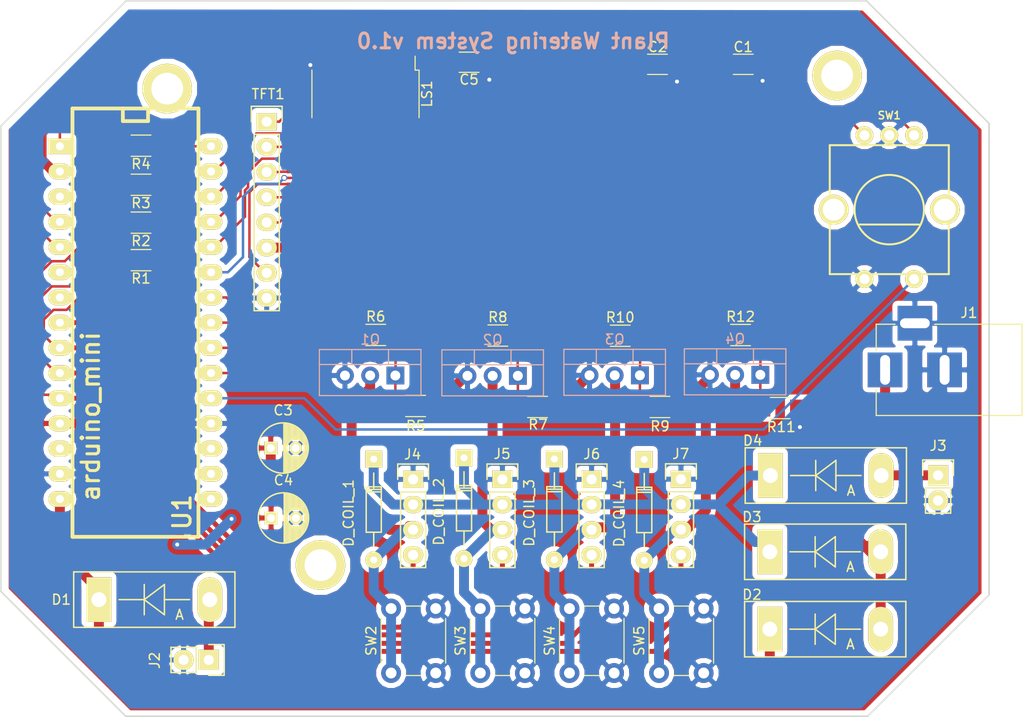
<source format=kicad_pcb>
(kicad_pcb (version 4) (host pcbnew 4.0.7)
  (layers (0 F.Cu signal) (31 B.Cu signal) (34 B.Paste user) (35 F.Paste user) (36 B.SilkS user) (37 F.SilkS user) (38 B.Mask user) (39 F.Mask user) (44 Edge.Cuts user))
  (net 0 "")
  (net 1 +5V)
  (net 2 GND)
  (net 3 "Net-(D1-Pad1)")
  (net 4 "Net-(D1-Pad2)")
  (net 5 "Net-(D2-Pad2)")
  (net 6 "Net-(D3-Pad1)")
  (net 7 "Net-(D4-Pad2)")
  (net 8 "Net-(D_COIL_1-Pad2)")
  (net 9 "Net-(D_COIL_2-Pad2)")
  (net 10 "Net-(D_COIL_3-Pad2)")
  (net 11 "Net-(D_COIL_4-Pad2)")
  (net 12 "Net-(J4-Pad4)")
  (net 13 "Net-(J5-Pad4)")
  (net 14 "Net-(J6-Pad4)")
  (net 15 "Net-(J7-Pad4)")
  (net 16 "Net-(LS1-Pad2)")
  (net 17 "Net-(LS1-Pad3)")
  (net 18 "Net-(LS1-Pad4)")
  (net 19 "Net-(LS1-Pad5)")
  (net 20 "Net-(LS1-Pad6)")
  (net 21 "Net-(LS1-Pad7)")
  (net 22 "Net-(LS1-Pad9)")
  (net 23 "Net-(LS1-Pad10)")
  (net 24 "Net-(LS1-Pad11)")
  (net 25 "Net-(LS1-Pad12)")
  (net 26 "Net-(LS1-Pad13)")
  (net 27 "Net-(LS1-Pad14)")
  (net 28 "Net-(LS1-Pad15)")
  (net 29 "Net-(LS1-Pad16)")
  (net 30 "Net-(Q1-Pad1)")
  (net 31 "Net-(Q2-Pad1)")
  (net 32 "Net-(Q3-Pad1)")
  (net 33 "Net-(Q4-Pad1)")
  (net 34 "Net-(R1-Pad1)")
  (net 35 "Net-(R6-Pad1)")
  (net 36 "Net-(R8-Pad1)")
  (net 37 "Net-(R10-Pad1)")
  (net 38 "Net-(R12-Pad1)")
  (net 39 "Net-(SW1-Pad4)")
  (net 40 "Net-(SW1-Pad1)")
  (net 41 "Net-(SW1-Pad3)")
  (net 42 "Net-(U1-Pad3)")
  (net 43 "Net-(U1-Pad6)")
  (net 44 "Net-(U1-Pad7)")
  (net 45 "Net-(U1-Pad13)")
  (net 46 "Net-(U1-Pad16)")
  (net 47 "Net-(U1-Pad17)")
  (net 48 "Net-(U1-Pad18)")
  (net 49 "Net-(C5-Pad2)")
  (module Connect:1pin (layer F.Cu) (at 131.56 83.29)
    (fp_text reference REF** hide)
    (fp_text value 1pin)
    (pad 1 thru_hole circle (at 0 0) (size 5 5) (drill 3.2) (layers *.Cu *.Mask F.SilkS))
  )
  (module Connect:1pin (layer F.Cu) (at 79.48 132.64)
    (fp_text reference REF** hide)
    (fp_text value 1pin)
    (pad 1 thru_hole circle (at 0 0) (size 5 5) (drill 3.2) (layers *.Cu *.Mask F.SilkS))
  )
  (module Resistors_SMD:R_1206_HandSoldering (layer F.Cu) (at 125.82 116.81 180)
    (fp_text reference R11 (at -0.11 -1.91 180) (layer F.SilkS))
    (fp_text value 10k)
    (pad 1 smd rect (at -2 0 180) (size 2 1.7) (layers F.Cu F.Paste F.Mask) (net 2 GND))
    (pad 2 smd rect (at 2 0 180) (size 2 1.7) (layers F.Cu F.Paste F.Mask) (net 33 "Net-(Q4-Pad1)"))
  )
  (module arduino:arduino_mini (layer F.Cu) (at 60.83 109.47 270)
    (fp_text reference U1 (at 17.83 -4.7 270) (layer F.SilkS) (effects (font (size 1.778 1.778) (thickness 0.3048))))
    (fp_text value arduino_mini (at 8.18 4.52 270) (layer F.SilkS) (effects (font (size 1.778 1.778) (thickness 0.3048))))
    (pad 1 thru_hole rect (at -19.05 7.62 270) (size 1.5748 2.286) (drill 0.8128) (layers *.Cu *.Mask F.SilkS) (net 17 "Net-(LS1-Pad3)"))
    (pad 2 thru_hole oval (at -16.51 7.62 270) (size 1.5748 2.286) (drill 0.8128) (layers *.Cu *.Mask F.SilkS) (net 49 "Net-(C5-Pad2)"))
    (pad 3 thru_hole oval (at -13.97 7.62 270) (size 1.5748 2.286) (drill 0.8128) (layers *.Cu *.Mask F.SilkS) (net 42 "Net-(U1-Pad3)"))
    (pad 4 thru_hole oval (at -11.43 7.62 270) (size 1.5748 2.286) (drill 0.8128) (layers *.Cu *.Mask F.SilkS) (net 41 "Net-(SW1-Pad3)"))
    (pad 5 thru_hole oval (at -8.89 7.62 270) (size 1.5748 2.286) (drill 0.8128) (layers *.Cu *.Mask F.SilkS) (net 40 "Net-(SW1-Pad1)"))
    (pad 6 thru_hole oval (at -6.35 7.62 270) (size 1.5748 2.286) (drill 0.8128) (layers *.Cu *.Mask F.SilkS) (net 43 "Net-(U1-Pad6)"))
    (pad 7 thru_hole oval (at -3.81 7.62 270) (size 1.5748 2.286) (drill 0.8128) (layers *.Cu *.Mask F.SilkS) (net 44 "Net-(U1-Pad7)"))
    (pad 8 thru_hole oval (at -1.27 7.62 270) (size 1.5748 2.286) (drill 0.8128) (layers *.Cu *.Mask F.SilkS) (net 12 "Net-(J4-Pad4)"))
    (pad 9 thru_hole oval (at 1.27 7.62 270) (size 1.5748 2.286) (drill 0.8128) (layers *.Cu *.Mask F.SilkS) (net 13 "Net-(J5-Pad4)"))
    (pad 10 thru_hole oval (at 3.81 7.62 270) (size 1.5748 2.286) (drill 0.8128) (layers *.Cu *.Mask F.SilkS) (net 14 "Net-(J6-Pad4)"))
    (pad 11 thru_hole oval (at 6.35 7.62 270) (size 1.5748 2.286) (drill 0.8128) (layers *.Cu *.Mask F.SilkS) (net 15 "Net-(J7-Pad4)"))
    (pad 12 thru_hole oval (at 8.89 7.62 270) (size 1.5748 2.286) (drill 0.8128) (layers *.Cu *.Mask F.SilkS) (net 1 +5V))
    (pad 13 thru_hole oval (at 11.43 7.62 270) (size 1.5748 2.286) (drill 0.8128) (layers *.Cu *.Mask F.SilkS) (net 45 "Net-(U1-Pad13)"))
    (pad 14 thru_hole oval (at 13.97 7.62 270) (size 1.5748 2.286) (drill 0.8128) (layers *.Cu *.Mask F.SilkS) (net 2 GND))
    (pad 15 thru_hole oval (at 16.51 7.62 270) (size 1.5748 2.286) (drill 0.8128) (layers *.Cu *.Mask F.SilkS) (net 3 "Net-(D1-Pad1)"))
    (pad 16 thru_hole oval (at 16.51 -7.62 270) (size 1.5748 2.286) (drill 0.8128) (layers *.Cu *.Mask F.SilkS) (net 46 "Net-(U1-Pad16)"))
    (pad 17 thru_hole oval (at 13.97 -7.62 270) (size 1.5748 2.286) (drill 0.8128) (layers *.Cu *.Mask F.SilkS) (net 47 "Net-(U1-Pad17)"))
    (pad 18 thru_hole oval (at 11.43 -7.62 270) (size 1.5748 2.286) (drill 0.8128) (layers *.Cu *.Mask F.SilkS) (net 48 "Net-(U1-Pad18)"))
    (pad 19 thru_hole oval (at 8.89 -7.62 270) (size 1.5748 2.286) (drill 0.8128) (layers *.Cu *.Mask F.SilkS) (net 2 GND))
    (pad 20 thru_hole oval (at 6.35 -7.62 270) (size 1.5748 2.286) (drill 0.8128) (layers *.Cu *.Mask F.SilkS) (net 39 "Net-(SW1-Pad4)"))
    (pad 21 thru_hole oval (at 3.81 -7.62 270) (size 1.5748 2.286) (drill 0.8128) (layers *.Cu *.Mask F.SilkS) (net 35 "Net-(R6-Pad1)"))
    (pad 22 thru_hole oval (at 1.27 -7.62 270) (size 1.5748 2.286) (drill 0.8128) (layers *.Cu *.Mask F.SilkS) (net 36 "Net-(R8-Pad1)"))
    (pad 23 thru_hole oval (at -1.27 -7.62 270) (size 1.5748 2.286) (drill 0.8128) (layers *.Cu *.Mask F.SilkS) (net 37 "Net-(R10-Pad1)"))
    (pad 24 thru_hole oval (at -3.81 -7.62 270) (size 1.5748 2.286) (drill 0.8128) (layers *.Cu *.Mask F.SilkS) (net 38 "Net-(R12-Pad1)"))
    (pad 25 thru_hole oval (at -6.35 -7.62 270) (size 1.5748 2.286) (drill 0.8128) (layers *.Cu *.Mask F.SilkS) (net 27 "Net-(LS1-Pad14)"))
    (pad 26 thru_hole oval (at -8.89 -7.62 270) (size 1.5748 2.286) (drill 0.8128) (layers *.Cu *.Mask F.SilkS) (net 24 "Net-(LS1-Pad11)"))
    (pad 27 thru_hole oval (at -11.43 -7.62 270) (size 1.5748 2.286) (drill 0.8128) (layers *.Cu *.Mask F.SilkS) (net 22 "Net-(LS1-Pad9)"))
    (pad 28 thru_hole oval (at -13.97 -7.62 270) (size 1.5748 2.286) (drill 0.8128) (layers *.Cu *.Mask F.SilkS) (net 21 "Net-(LS1-Pad7)"))
    (pad 29 thru_hole oval (at -16.51 -7.62 270) (size 1.5748 2.286) (drill 0.8128) (layers *.Cu *.Mask F.SilkS) (net 19 "Net-(LS1-Pad5)"))
    (pad 30 thru_hole oval (at -19.05 -7.62 270) (size 1.5748 2.286) (drill 0.8128) (layers *.Cu *.Mask F.SilkS) (net 34 "Net-(R1-Pad1)"))
  )
  (module Pin_Headers:Pin_Header_Straight_1x08 (layer F.Cu) (at 74.06 87.94)
    (fp_text reference TFT1 (at 0.15 -2.78) (layer F.SilkS))
    (fp_text value TFT_1.8inch)
    (pad 1 thru_hole rect (at 0 0) (size 2.032 1.7272) (drill 1.016) (layers *.Cu *.Mask F.SilkS) (net 20 "Net-(LS1-Pad6)"))
    (pad 2 thru_hole oval (at 0 2.54) (size 2.032 1.7272) (drill 1.016) (layers *.Cu *.Mask F.SilkS) (net 23 "Net-(LS1-Pad10)"))
    (pad 3 thru_hole oval (at 0 5.08) (size 2.032 1.7272) (drill 1.016) (layers *.Cu *.Mask F.SilkS) (net 25 "Net-(LS1-Pad12)"))
    (pad 4 thru_hole oval (at 0 7.62) (size 2.032 1.7272) (drill 1.016) (layers *.Cu *.Mask F.SilkS) (net 18 "Net-(LS1-Pad4)"))
    (pad 5 thru_hole oval (at 0 10.16) (size 2.032 1.7272) (drill 1.016) (layers *.Cu *.Mask F.SilkS) (net 16 "Net-(LS1-Pad2)"))
    (pad 6 thru_hole oval (at 0 12.7) (size 2.032 1.7272) (drill 1.016) (layers *.Cu *.Mask F.SilkS) (net 49 "Net-(C5-Pad2)"))
    (pad 7 thru_hole oval (at 0 15.24) (size 2.032 1.7272) (drill 1.016) (layers *.Cu *.Mask F.SilkS) (net 28 "Net-(LS1-Pad15)"))
    (pad 8 thru_hole oval (at 0 17.78) (size 2.032 1.7272) (drill 1.016) (layers *.Cu *.Mask F.SilkS) (net 2 GND))
  )
  (module Capacitors_SMD:C_1206_HandSoldering (layer F.Cu) (at 122.1 82.16)
    (fp_text reference C1 (at 0 -1.75) (layer F.SilkS))
    (fp_text value C)
    (pad 1 smd rect (at -2 0) (size 2 1.6) (layers F.Cu F.Paste F.Mask) (net 1 +5V))
    (pad 2 smd rect (at 2 0) (size 2 1.6) (layers F.Cu F.Paste F.Mask) (net 2 GND))
  )
  (module Capacitors_SMD:C_1206_HandSoldering (layer F.Cu) (at 113.45 82.16)
    (fp_text reference C2 (at 0 -1.75) (layer F.SilkS))
    (fp_text value C)
    (pad 1 smd rect (at -2 0) (size 2 1.6) (layers F.Cu F.Paste F.Mask) (net 1 +5V))
    (pad 2 smd rect (at 2 0) (size 2 1.6) (layers F.Cu F.Paste F.Mask) (net 2 GND))
  )
  (module Capacitors_ThroughHole:C_Radial_D5_L6_P2.5 (layer F.Cu) (at 74.47 120.84)
    (fp_text reference C3 (at 1.25 -3.8) (layer F.SilkS))
    (fp_text value C)
    (pad 1 thru_hole rect (at 0 0) (size 1.3 1.3) (drill 0.8) (layers *.Cu *.Mask F.SilkS) (net 1 +5V))
    (pad 2 thru_hole circle (at 2.5 0) (size 1.3 1.3) (drill 0.8) (layers *.Cu *.Mask F.SilkS) (net 2 GND))
  )
  (module Capacitors_ThroughHole:C_Radial_D5_L6_P2.5 (layer F.Cu) (at 74.5 127.89)
    (fp_text reference C4 (at 1.25 -3.8) (layer F.SilkS))
    (fp_text value C)
    (pad 1 thru_hole rect (at 0 0) (size 1.3 1.3) (drill 0.8) (layers *.Cu *.Mask F.SilkS) (net 1 +5V))
    (pad 2 thru_hole circle (at 2.5 0) (size 1.3 1.3) (drill 0.8) (layers *.Cu *.Mask F.SilkS) (net 2 GND))
  )
  (module Capacitors_SMD:C_1206_HandSoldering (layer F.Cu) (at 94.46 81.95 180)
    (fp_text reference C5 (at 0 -1.75 180) (layer F.SilkS))
    (fp_text value 0.1uF)
    (pad 1 smd rect (at -2 0 180) (size 2 1.6) (layers F.Cu F.Paste F.Mask) (net 2 GND))
    (pad 2 smd rect (at 2 0 180) (size 2 1.6) (layers F.Cu F.Paste F.Mask) (net 49 "Net-(C5-Pad2)"))
  )
  (module Diodes_ThroughHole:Diode_TO-247_Vertical (layer F.Cu) (at 57.14908 136.12)
    (fp_text reference D1 (at -3.79908 0) (layer F.SilkS))
    (fp_text value D)
    (fp_text user A (at 8.12292 1.524) (layer F.SilkS))
    (pad 1 thru_hole rect (at -0.00508 0 90) (size 4.50088 2.49936) (drill 1.50114) (layers *.Cu *.Mask F.SilkS) (net 3 "Net-(D1-Pad1)"))
    (pad 2 thru_hole oval (at 11.17092 0 90) (size 4.50088 2.49936) (drill 1.50114) (layers *.Cu *.Mask F.SilkS) (net 4 "Net-(D1-Pad2)"))
  )
  (module Diodes_ThroughHole:Diode_TO-247_Vertical (layer F.Cu) (at 124.78 139.1)
    (fp_text reference D2 (at -1.8 -3.48) (layer F.SilkS))
    (fp_text value D)
    (fp_text user A (at 8.12292 1.524) (layer F.SilkS))
    (pad 1 thru_hole rect (at -0.00508 0 90) (size 4.50088 2.49936) (drill 1.50114) (layers *.Cu *.Mask F.SilkS) (net 3 "Net-(D1-Pad1)"))
    (pad 2 thru_hole oval (at 11.17092 0 90) (size 4.50088 2.49936) (drill 1.50114) (layers *.Cu *.Mask F.SilkS) (net 5 "Net-(D2-Pad2)"))
  )
  (module Diodes_ThroughHole:Diode_TO-247_Vertical (layer F.Cu) (at 124.78 131.3)
    (fp_text reference D3 (at -1.80508 -3.51) (layer F.SilkS))
    (fp_text value D)
    (fp_text user A (at 8.12292 1.524) (layer F.SilkS))
    (pad 1 thru_hole rect (at -0.00508 0 90) (size 4.50088 2.49936) (drill 1.50114) (layers *.Cu *.Mask F.SilkS) (net 6 "Net-(D3-Pad1)"))
    (pad 2 thru_hole oval (at 11.17092 0 90) (size 4.50088 2.49936) (drill 1.50114) (layers *.Cu *.Mask F.SilkS) (net 5 "Net-(D2-Pad2)"))
  )
  (module Diodes_ThroughHole:Diode_TO-247_Vertical (layer F.Cu) (at 124.84 123.61)
    (fp_text reference D4 (at -1.78908 -3.52) (layer F.SilkS))
    (fp_text value D)
    (fp_text user A (at 8.12292 1.524) (layer F.SilkS))
    (pad 1 thru_hole rect (at -0.00508 0 90) (size 4.50088 2.49936) (drill 1.50114) (layers *.Cu *.Mask F.SilkS) (net 6 "Net-(D3-Pad1)"))
    (pad 2 thru_hole oval (at 11.17092 0 90) (size 4.50088 2.49936) (drill 1.50114) (layers *.Cu *.Mask F.SilkS) (net 7 "Net-(D4-Pad2)"))
  )
  (module Diodes_ThroughHole:Diode_DO-35_SOD27_Horizontal_RM10 (layer F.Cu) (at 84.84746 121.95948 270)
    (fp_text reference D_COIL_1 (at 5.43052 2.53746 270) (layer F.SilkS))
    (fp_text value D)
    (pad 2 thru_hole circle (at 10.16052 -0.00254 90) (size 1.69926 1.69926) (drill 0.70104) (layers *.Cu *.Mask F.SilkS) (net 8 "Net-(D_COIL_1-Pad2)"))
    (pad 1 thru_hole rect (at 0.00052 -0.00254 90) (size 1.69926 1.69926) (drill 0.70104) (layers *.Cu *.Mask F.SilkS) (net 6 "Net-(D3-Pad1)"))
  )
  (module Diodes_ThroughHole:Diode_DO-35_SOD27_Horizontal_RM10 (layer F.Cu) (at 93.94746 121.82948 270)
    (fp_text reference D_COIL_2 (at 5.43052 2.53746 270) (layer F.SilkS))
    (fp_text value D)
    (pad 2 thru_hole circle (at 10.16052 -0.00254 90) (size 1.69926 1.69926) (drill 0.70104) (layers *.Cu *.Mask F.SilkS) (net 9 "Net-(D_COIL_2-Pad2)"))
    (pad 1 thru_hole rect (at 0.00052 -0.00254 90) (size 1.69926 1.69926) (drill 0.70104) (layers *.Cu *.Mask F.SilkS) (net 6 "Net-(D3-Pad1)"))
  )
  (module Diodes_ThroughHole:Diode_DO-35_SOD27_Horizontal_RM10 (layer F.Cu) (at 103.05746 121.93948 270)
    (fp_text reference D_COIL_3 (at 5.43052 2.53746 270) (layer F.SilkS))
    (fp_text value D)
    (pad 2 thru_hole circle (at 10.16052 -0.00254 90) (size 1.69926 1.69926) (drill 0.70104) (layers *.Cu *.Mask F.SilkS) (net 10 "Net-(D_COIL_3-Pad2)"))
    (pad 1 thru_hole rect (at 0.00052 -0.00254 90) (size 1.69926 1.69926) (drill 0.70104) (layers *.Cu *.Mask F.SilkS) (net 6 "Net-(D3-Pad1)"))
  )
  (module Diodes_ThroughHole:Diode_DO-35_SOD27_Horizontal_RM10 (layer F.Cu) (at 112.11746 121.99948 270)
    (fp_text reference D_COIL_4 (at 5.43052 2.53746 270) (layer F.SilkS))
    (fp_text value D)
    (pad 2 thru_hole circle (at 10.16052 -0.00254 90) (size 1.69926 1.69926) (drill 0.70104) (layers *.Cu *.Mask F.SilkS) (net 11 "Net-(D_COIL_4-Pad2)"))
    (pad 1 thru_hole rect (at 0.00052 -0.00254 90) (size 1.69926 1.69926) (drill 0.70104) (layers *.Cu *.Mask F.SilkS) (net 6 "Net-(D3-Pad1)"))
  )
  (module Connectors:BARREL_JACK (layer F.Cu) (at 136.4 112.96 180)
    (fp_text reference J1 (at -8.45 5.75 360) (layer F.SilkS))
    (fp_text value Jack-DC)
    (pad 1 thru_hole rect (at 0 0 180) (size 3.5 3.5) (drill oval 1 3) (layers *.Cu *.Mask) (net 5 "Net-(D2-Pad2)"))
    (pad 2 thru_hole rect (at -6 0 180) (size 3.5 3.5) (drill oval 1 3) (layers *.Cu *.Mask) (net 2 GND))
    (pad 3 thru_hole rect (at -3 4.7 180) (size 3.5 3.5) (drill oval 3 1) (layers *.Cu *.Mask) (net 2 GND))
  )
  (module Pin_Headers:Pin_Header_Straight_1x02 (layer F.Cu) (at 68.22 142.2 270)
    (fp_text reference J2 (at 0.05 5.45 270) (layer F.SilkS))
    (fp_text value Conn_01x02)
    (pad 1 thru_hole rect (at 0 0 270) (size 2.032 2.032) (drill 1.016) (layers *.Cu *.Mask F.SilkS) (net 4 "Net-(D1-Pad2)"))
    (pad 2 thru_hole oval (at 0 2.54 270) (size 2.032 2.032) (drill 1.016) (layers *.Cu *.Mask F.SilkS) (net 2 GND))
  )
  (module Pin_Headers:Pin_Header_Straight_1x02 (layer F.Cu) (at 141.74 123.59)
    (fp_text reference J3 (at 0.01 -2.98) (layer F.SilkS))
    (fp_text value Conn_01x02)
    (pad 1 thru_hole rect (at 0 0) (size 2.032 2.032) (drill 1.016) (layers *.Cu *.Mask F.SilkS) (net 7 "Net-(D4-Pad2)"))
    (pad 2 thru_hole oval (at 0 2.54) (size 2.032 2.032) (drill 1.016) (layers *.Cu *.Mask F.SilkS) (net 2 GND))
  )
  (module Pin_Headers:Pin_Header_Straight_1x04 (layer F.Cu) (at 88.82 124)
    (fp_text reference J4 (at -0.06 -2.52) (layer F.SilkS))
    (fp_text value Conn_01x04)
    (pad 1 thru_hole rect (at 0 0) (size 2.032 1.7272) (drill 1.016) (layers *.Cu *.Mask F.SilkS) (net 2 GND))
    (pad 2 thru_hole oval (at 0 2.54) (size 2.032 1.7272) (drill 1.016) (layers *.Cu *.Mask F.SilkS) (net 6 "Net-(D3-Pad1)"))
    (pad 3 thru_hole oval (at 0 5.08) (size 2.032 1.7272) (drill 1.016) (layers *.Cu *.Mask F.SilkS) (net 8 "Net-(D_COIL_1-Pad2)"))
    (pad 4 thru_hole oval (at 0 7.62) (size 2.032 1.7272) (drill 1.016) (layers *.Cu *.Mask F.SilkS) (net 12 "Net-(J4-Pad4)"))
  )
  (module Pin_Headers:Pin_Header_Straight_1x04 (layer F.Cu) (at 97.82 124)
    (fp_text reference J5 (at -0.03 -2.57) (layer F.SilkS))
    (fp_text value Conn_01x04)
    (pad 1 thru_hole rect (at 0 0) (size 2.032 1.7272) (drill 1.016) (layers *.Cu *.Mask F.SilkS) (net 2 GND))
    (pad 2 thru_hole oval (at 0 2.54) (size 2.032 1.7272) (drill 1.016) (layers *.Cu *.Mask F.SilkS) (net 6 "Net-(D3-Pad1)"))
    (pad 3 thru_hole oval (at 0 5.08) (size 2.032 1.7272) (drill 1.016) (layers *.Cu *.Mask F.SilkS) (net 9 "Net-(D_COIL_2-Pad2)"))
    (pad 4 thru_hole oval (at 0 7.62) (size 2.032 1.7272) (drill 1.016) (layers *.Cu *.Mask F.SilkS) (net 13 "Net-(J5-Pad4)"))
  )
  (module Pin_Headers:Pin_Header_Straight_1x04 (layer F.Cu) (at 106.81 124)
    (fp_text reference J6 (at 0.02 -2.55) (layer F.SilkS))
    (fp_text value Conn_01x04)
    (pad 1 thru_hole rect (at 0 0) (size 2.032 1.7272) (drill 1.016) (layers *.Cu *.Mask F.SilkS) (net 2 GND))
    (pad 2 thru_hole oval (at 0 2.54) (size 2.032 1.7272) (drill 1.016) (layers *.Cu *.Mask F.SilkS) (net 6 "Net-(D3-Pad1)"))
    (pad 3 thru_hole oval (at 0 5.08) (size 2.032 1.7272) (drill 1.016) (layers *.Cu *.Mask F.SilkS) (net 10 "Net-(D_COIL_3-Pad2)"))
    (pad 4 thru_hole oval (at 0 7.62) (size 2.032 1.7272) (drill 1.016) (layers *.Cu *.Mask F.SilkS) (net 14 "Net-(J6-Pad4)"))
  )
  (module Pin_Headers:Pin_Header_Straight_1x04 (layer F.Cu) (at 115.82 123.98)
    (fp_text reference J7 (at -0.02 -2.55) (layer F.SilkS))
    (fp_text value Conn_01x04)
    (pad 1 thru_hole rect (at 0 0) (size 2.032 1.7272) (drill 1.016) (layers *.Cu *.Mask F.SilkS) (net 2 GND))
    (pad 2 thru_hole oval (at 0 2.54) (size 2.032 1.7272) (drill 1.016) (layers *.Cu *.Mask F.SilkS) (net 6 "Net-(D3-Pad1)"))
    (pad 3 thru_hole oval (at 0 5.08) (size 2.032 1.7272) (drill 1.016) (layers *.Cu *.Mask F.SilkS) (net 11 "Net-(D_COIL_4-Pad2)"))
    (pad 4 thru_hole oval (at 0 7.62) (size 2.032 1.7272) (drill 1.016) (layers *.Cu *.Mask F.SilkS) (net 15 "Net-(J7-Pad4)"))
  )
  (module Housings_SSOP:SOP-16_4.4x10.4mm_Pitch1.27mm (layer F.Cu) (at 84.02 85.14 270)
    (fp_text reference LS1 (at 0 -6.2 270) (layer F.SilkS))
    (fp_text value LevelShifter_74HC4050D)
    (pad 1 smd rect (at -3.15 -4.45 270) (size 1.3 0.8) (layers F.Cu F.Paste F.Mask) (net 49 "Net-(C5-Pad2)"))
    (pad 2 smd rect (at -3.15 -3.17 270) (size 1.3 0.8) (layers F.Cu F.Paste F.Mask) (net 16 "Net-(LS1-Pad2)"))
    (pad 3 smd rect (at -3.15 -1.91 270) (size 1.3 0.8) (layers F.Cu F.Paste F.Mask) (net 17 "Net-(LS1-Pad3)"))
    (pad 4 smd rect (at -3.15 -0.64 270) (size 1.3 0.8) (layers F.Cu F.Paste F.Mask) (net 18 "Net-(LS1-Pad4)"))
    (pad 5 smd rect (at -3.15 0.64 270) (size 1.3 0.8) (layers F.Cu F.Paste F.Mask) (net 19 "Net-(LS1-Pad5)"))
    (pad 6 smd rect (at -3.15 1.91 270) (size 1.3 0.8) (layers F.Cu F.Paste F.Mask) (net 20 "Net-(LS1-Pad6)"))
    (pad 7 smd rect (at -3.15 3.17 270) (size 1.3 0.8) (layers F.Cu F.Paste F.Mask) (net 21 "Net-(LS1-Pad7)"))
    (pad 8 smd rect (at -3.15 4.45 270) (size 1.3 0.8) (layers F.Cu F.Paste F.Mask) (net 2 GND))
    (pad 9 smd rect (at 3.15 4.45 270) (size 1.3 0.8) (layers F.Cu F.Paste F.Mask) (net 22 "Net-(LS1-Pad9)"))
    (pad 10 smd rect (at 3.15 3.17 270) (size 1.3 0.8) (layers F.Cu F.Paste F.Mask) (net 23 "Net-(LS1-Pad10)"))
    (pad 11 smd rect (at 3.15 1.91 270) (size 1.3 0.8) (layers F.Cu F.Paste F.Mask) (net 24 "Net-(LS1-Pad11)"))
    (pad 12 smd rect (at 3.15 0.64 270) (size 1.3 0.8) (layers F.Cu F.Paste F.Mask) (net 25 "Net-(LS1-Pad12)"))
    (pad 13 smd rect (at 3.15 -0.64 270) (size 1.3 0.8) (layers F.Cu F.Paste F.Mask) (net 26 "Net-(LS1-Pad13)"))
    (pad 14 smd rect (at 3.15 -1.91 270) (size 1.3 0.8) (layers F.Cu F.Paste F.Mask) (net 27 "Net-(LS1-Pad14)"))
    (pad 15 smd rect (at 3.15 -3.17 270) (size 1.3 0.8) (layers F.Cu F.Paste F.Mask) (net 28 "Net-(LS1-Pad15)"))
    (pad 16 smd rect (at 3.15 -4.45 270) (size 1.3 0.8) (layers F.Cu F.Paste F.Mask) (net 29 "Net-(LS1-Pad16)"))
  )
  (module TO_SOT_Packages_THT:TO-220_Vertical (layer B.Cu) (at 87.03 113.53 180)
    (fp_text reference Q1 (at 2.54 3.62 180) (layer B.SilkS) (effects (justify mirror)))
    (fp_text value Q_NMOS_GDS)
    (pad 1 thru_hole rect (at 0 0 180) (size 1.8 1.8) (drill 1) (layers *.Cu *.Mask) (net 30 "Net-(Q1-Pad1)"))
    (pad 2 thru_hole oval (at 2.54 0 180) (size 1.8 1.8) (drill 1) (layers *.Cu *.Mask) (net 8 "Net-(D_COIL_1-Pad2)"))
    (pad 3 thru_hole oval (at 5.08 0 180) (size 1.8 1.8) (drill 1) (layers *.Cu *.Mask) (net 2 GND))
  )
  (module TO_SOT_Packages_THT:TO-220_Vertical (layer B.Cu) (at 99.38 113.56 180)
    (fp_text reference Q2 (at 2.54 3.62 180) (layer B.SilkS) (effects (justify mirror)))
    (fp_text value Q_NMOS_GDS)
    (pad 1 thru_hole rect (at 0 0 180) (size 1.8 1.8) (drill 1) (layers *.Cu *.Mask) (net 31 "Net-(Q2-Pad1)"))
    (pad 2 thru_hole oval (at 2.54 0 180) (size 1.8 1.8) (drill 1) (layers *.Cu *.Mask) (net 9 "Net-(D_COIL_2-Pad2)"))
    (pad 3 thru_hole oval (at 5.08 0 180) (size 1.8 1.8) (drill 1) (layers *.Cu *.Mask) (net 2 GND))
  )
  (module TO_SOT_Packages_THT:TO-220_Vertical (layer B.Cu) (at 111.68 113.51 180)
    (fp_text reference Q3 (at 2.54 3.62 180) (layer B.SilkS) (effects (justify mirror)))
    (fp_text value Q_NMOS_GDS)
    (pad 1 thru_hole rect (at 0 0 180) (size 1.8 1.8) (drill 1) (layers *.Cu *.Mask) (net 32 "Net-(Q3-Pad1)"))
    (pad 2 thru_hole oval (at 2.54 0 180) (size 1.8 1.8) (drill 1) (layers *.Cu *.Mask) (net 10 "Net-(D_COIL_3-Pad2)"))
    (pad 3 thru_hole oval (at 5.08 0 180) (size 1.8 1.8) (drill 1) (layers *.Cu *.Mask) (net 2 GND))
  )
  (module TO_SOT_Packages_THT:TO-220_Vertical (layer B.Cu) (at 123.82 113.46 180)
    (fp_text reference Q4 (at 2.54 3.62 180) (layer B.SilkS) (effects (justify mirror)))
    (fp_text value Q_NMOS_GDS)
    (pad 1 thru_hole rect (at 0 0 180) (size 1.8 1.8) (drill 1) (layers *.Cu *.Mask) (net 33 "Net-(Q4-Pad1)"))
    (pad 2 thru_hole oval (at 2.54 0 180) (size 1.8 1.8) (drill 1) (layers *.Cu *.Mask) (net 11 "Net-(D_COIL_4-Pad2)"))
    (pad 3 thru_hole oval (at 5.08 0 180) (size 1.8 1.8) (drill 1) (layers *.Cu *.Mask) (net 2 GND))
  )
  (module Resistors_SMD:R_1206_HandSoldering (layer F.Cu) (at 61.39 101.9 180)
    (fp_text reference R1 (at 0 -1.85 180) (layer F.SilkS))
    (fp_text value 10k)
    (pad 1 smd rect (at -2 0 180) (size 2 1.7) (layers F.Cu F.Paste F.Mask) (net 34 "Net-(R1-Pad1)"))
    (pad 2 smd rect (at 2 0 180) (size 2 1.7) (layers F.Cu F.Paste F.Mask) (net 12 "Net-(J4-Pad4)"))
  )
  (module Resistors_SMD:R_1206_HandSoldering (layer F.Cu) (at 61.39 98.12 180)
    (fp_text reference R2 (at 0 -1.85 180) (layer F.SilkS))
    (fp_text value 10k)
    (pad 1 smd rect (at -2 0 180) (size 2 1.7) (layers F.Cu F.Paste F.Mask) (net 34 "Net-(R1-Pad1)"))
    (pad 2 smd rect (at 2 0 180) (size 2 1.7) (layers F.Cu F.Paste F.Mask) (net 13 "Net-(J5-Pad4)"))
  )
  (module Resistors_SMD:R_1206_HandSoldering (layer F.Cu) (at 61.39 94.3 180)
    (fp_text reference R3 (at 0 -1.85 180) (layer F.SilkS))
    (fp_text value 10k)
    (pad 1 smd rect (at -2 0 180) (size 2 1.7) (layers F.Cu F.Paste F.Mask) (net 34 "Net-(R1-Pad1)"))
    (pad 2 smd rect (at 2 0 180) (size 2 1.7) (layers F.Cu F.Paste F.Mask) (net 14 "Net-(J6-Pad4)"))
  )
  (module Resistors_SMD:R_1206_HandSoldering (layer F.Cu) (at 61.39 90.36 180)
    (fp_text reference R4 (at 0 -1.85 180) (layer F.SilkS))
    (fp_text value 10k)
    (pad 1 smd rect (at -2 0 180) (size 2 1.7) (layers F.Cu F.Paste F.Mask) (net 34 "Net-(R1-Pad1)"))
    (pad 2 smd rect (at 2 0 180) (size 2 1.7) (layers F.Cu F.Paste F.Mask) (net 15 "Net-(J7-Pad4)"))
  )
  (module Resistors_SMD:R_1206_HandSoldering (layer F.Cu) (at 89.07 116.6 180)
    (fp_text reference R5 (at -0.01 -2.01 180) (layer F.SilkS))
    (fp_text value 10k)
    (pad 1 smd rect (at -2 0 180) (size 2 1.7) (layers F.Cu F.Paste F.Mask) (net 2 GND))
    (pad 2 smd rect (at 2 0 180) (size 2 1.7) (layers F.Cu F.Paste F.Mask) (net 30 "Net-(Q1-Pad1)"))
  )
  (module Resistors_SMD:R_1206_HandSoldering (layer F.Cu) (at 85.05 109.44)
    (fp_text reference R6 (at 0 -1.85) (layer F.SilkS))
    (fp_text value 1k)
    (pad 1 smd rect (at -2 0) (size 2 1.7) (layers F.Cu F.Paste F.Mask) (net 35 "Net-(R6-Pad1)"))
    (pad 2 smd rect (at 2 0) (size 2 1.7) (layers F.Cu F.Paste F.Mask) (net 30 "Net-(Q1-Pad1)"))
  )
  (module Resistors_SMD:R_1206_HandSoldering (layer F.Cu) (at 101.36 116.7 180)
    (fp_text reference R7 (at -0.05 -1.77 180) (layer F.SilkS))
    (fp_text value 10k)
    (pad 1 smd rect (at -2 0 180) (size 2 1.7) (layers F.Cu F.Paste F.Mask) (net 2 GND))
    (pad 2 smd rect (at 2 0 180) (size 2 1.7) (layers F.Cu F.Paste F.Mask) (net 31 "Net-(Q2-Pad1)"))
  )
  (module Resistors_SMD:R_1206_HandSoldering (layer F.Cu) (at 97.36 109.5)
    (fp_text reference R8 (at 0 -1.85) (layer F.SilkS))
    (fp_text value 1k)
    (pad 1 smd rect (at -2 0) (size 2 1.7) (layers F.Cu F.Paste F.Mask) (net 36 "Net-(R8-Pad1)"))
    (pad 2 smd rect (at 2 0) (size 2 1.7) (layers F.Cu F.Paste F.Mask) (net 31 "Net-(Q2-Pad1)"))
  )
  (module Resistors_SMD:R_1206_HandSoldering (layer F.Cu) (at 113.7 116.7 180)
    (fp_text reference R9 (at -0.01 -1.95 180) (layer F.SilkS))
    (fp_text value 10k)
    (pad 1 smd rect (at -2 0 180) (size 2 1.7) (layers F.Cu F.Paste F.Mask) (net 2 GND))
    (pad 2 smd rect (at 2 0 180) (size 2 1.7) (layers F.Cu F.Paste F.Mask) (net 32 "Net-(Q3-Pad1)"))
  )
  (module Resistors_SMD:R_1206_HandSoldering (layer F.Cu) (at 109.7 109.52)
    (fp_text reference R10 (at 0 -1.85) (layer F.SilkS))
    (fp_text value 1k)
    (pad 1 smd rect (at -2 0) (size 2 1.7) (layers F.Cu F.Paste F.Mask) (net 37 "Net-(R10-Pad1)"))
    (pad 2 smd rect (at 2 0) (size 2 1.7) (layers F.Cu F.Paste F.Mask) (net 32 "Net-(Q3-Pad1)"))
  )
  (module Resistors_SMD:R_1206_HandSoldering (layer F.Cu) (at 121.83 109.45)
    (fp_text reference R12 (at 0 -1.85) (layer F.SilkS))
    (fp_text value 1k)
    (pad 1 smd rect (at -2 0) (size 2 1.7) (layers F.Cu F.Paste F.Mask) (net 38 "Net-(R12-Pad1)"))
    (pad 2 smd rect (at 2 0) (size 2 1.7) (layers F.Cu F.Paste F.Mask) (net 33 "Net-(Q4-Pad1)"))
  )
  (module RotaryEncoder:RotaryEncoder (layer F.Cu) (at 136.82 96.81 180)
    (fp_text reference SW1 (at 0 9.5 180) (layer F.SilkS) (effects (font (size 0.762 0.762) (thickness 0.1524))))
    (fp_text value Rotary_Encoder_Switch hide)
    (pad 4 thru_hole circle (at -2.5 -7 180) (size 1.8 1.8) (drill 1) (layers *.Cu *.Mask F.SilkS) (net 39 "Net-(SW1-Pad4)"))
    (pad 1 thru_hole circle (at -2.5 7.5 180) (size 1.8 1.8) (drill 1) (layers *.Cu *.Mask F.SilkS) (net 40 "Net-(SW1-Pad1)"))
    (pad 2 thru_hole circle (at 0 7.5 180) (size 1.8 1.8) (drill 1) (layers *.Cu *.Mask F.SilkS) (net 2 GND))
    (pad 3 thru_hole circle (at 2.5 7.5 180) (size 1.8 1.8) (drill 1) (layers *.Cu *.Mask F.SilkS) (net 41 "Net-(SW1-Pad3)"))
    (pad 5 thru_hole circle (at 2.5 -7 180) (size 1.8 1.8) (drill 1) (layers *.Cu *.Mask F.SilkS) (net 2 GND))
    (pad "" thru_hole circle (at 5.6 0 180) (size 3 3) (drill 2.2) (layers *.Cu *.Mask F.SilkS))
    (pad "" thru_hole circle (at -5.6 0 180) (size 3 3) (drill 2.2) (layers *.Cu *.Mask F.SilkS))
  )
  (module Buttons_Switches_THT:SW_PUSH_6mm_h5mm (layer F.Cu) (at 86.6 143.52 90)
    (fp_text reference SW2 (at 3.25 -2 90) (layer F.SilkS))
    (fp_text value SW_Push)
    (pad 2 thru_hole circle (at 0 4.5 180) (size 2 2) (drill 1.1) (layers *.Cu *.Mask) (net 2 GND))
    (pad 1 thru_hole circle (at 0 0 180) (size 2 2) (drill 1.1) (layers *.Cu *.Mask) (net 8 "Net-(D_COIL_1-Pad2)"))
    (pad 2 thru_hole circle (at 6.5 4.5 180) (size 2 2) (drill 1.1) (layers *.Cu *.Mask) (net 2 GND))
    (pad 1 thru_hole circle (at 6.5 0 180) (size 2 2) (drill 1.1) (layers *.Cu *.Mask) (net 8 "Net-(D_COIL_1-Pad2)"))
  )
  (module Buttons_Switches_THT:SW_PUSH_6mm_h5mm (layer F.Cu) (at 95.59 143.52 90)
    (fp_text reference SW3 (at 3.25 -2 90) (layer F.SilkS))
    (fp_text value SW_Push)
    (pad 2 thru_hole circle (at 0 4.5 180) (size 2 2) (drill 1.1) (layers *.Cu *.Mask) (net 2 GND))
    (pad 1 thru_hole circle (at 0 0 180) (size 2 2) (drill 1.1) (layers *.Cu *.Mask) (net 9 "Net-(D_COIL_2-Pad2)"))
    (pad 2 thru_hole circle (at 6.5 4.5 180) (size 2 2) (drill 1.1) (layers *.Cu *.Mask) (net 2 GND))
    (pad 1 thru_hole circle (at 6.5 0 180) (size 2 2) (drill 1.1) (layers *.Cu *.Mask) (net 9 "Net-(D_COIL_2-Pad2)"))
  )
  (module Buttons_Switches_THT:SW_PUSH_6mm_h5mm (layer F.Cu) (at 104.58 143.52 90)
    (fp_text reference SW4 (at 3.25 -2 90) (layer F.SilkS))
    (fp_text value SW_Push)
    (pad 2 thru_hole circle (at 0 4.5 180) (size 2 2) (drill 1.1) (layers *.Cu *.Mask) (net 2 GND))
    (pad 1 thru_hole circle (at 0 0 180) (size 2 2) (drill 1.1) (layers *.Cu *.Mask) (net 10 "Net-(D_COIL_3-Pad2)"))
    (pad 2 thru_hole circle (at 6.5 4.5 180) (size 2 2) (drill 1.1) (layers *.Cu *.Mask) (net 2 GND))
    (pad 1 thru_hole circle (at 6.5 0 180) (size 2 2) (drill 1.1) (layers *.Cu *.Mask) (net 10 "Net-(D_COIL_3-Pad2)"))
  )
  (module Buttons_Switches_THT:SW_PUSH_6mm_h5mm (layer F.Cu) (at 113.61 143.52 90)
    (fp_text reference SW5 (at 3.25 -2 90) (layer F.SilkS))
    (fp_text value SW_Push)
    (pad 2 thru_hole circle (at 0 4.5 180) (size 2 2) (drill 1.1) (layers *.Cu *.Mask) (net 2 GND))
    (pad 1 thru_hole circle (at 0 0 180) (size 2 2) (drill 1.1) (layers *.Cu *.Mask) (net 11 "Net-(D_COIL_4-Pad2)"))
    (pad 2 thru_hole circle (at 6.5 4.5 180) (size 2 2) (drill 1.1) (layers *.Cu *.Mask) (net 2 GND))
    (pad 1 thru_hole circle (at 6.5 0 180) (size 2 2) (drill 1.1) (layers *.Cu *.Mask) (net 11 "Net-(D_COIL_4-Pad2)"))
  )
  (module Connect:1pin (layer F.Cu) (at 64.03 84.61)
    (fp_text reference REF** hide)
    (fp_text value 1pin)
    (pad 1 thru_hole circle (at 0 0) (size 5 5) (drill 3.2) (layers *.Cu *.Mask F.SilkS))
  )
  (gr_text "Plant Watering System v1.0" (at 98.91 79.82) (layer B.SilkS) (effects (font (size 1.5 1.5) (thickness 0.3)) (justify mirror)))
  (gr_line (start 146.88 135.64) (end 134.64 147.88) (layer Edge.Cuts) (width 0.15))
  (gr_line (start 47.249997 135.279997) (end 59.85 147.88) (layer Edge.Cuts) (width 0.15))
  (gr_line (start 146.88 88.12) (end 134.509984 75.749984) (layer Edge.Cuts) (width 0.15))
  (gr_line (start 47.25 88.4) (end 59.9 75.75) (layer Edge.Cuts) (width 0.15))
  (gr_line (start 47.25 135.28) (end 47.25 88.4) (layer Edge.Cuts) (width 0.15))
  (gr_line (start 134.642673 147.88) (end 59.85 147.88) (layer Edge.Cuts) (width 0.15))
  (gr_line (start 146.88 88.12) (end 146.88 135.640009) (layer Edge.Cuts) (width 0.15))
  (gr_line (start 59.9 75.75) (end 134.51 75.75) (layer Edge.Cuts) (width 0.15))
  (segment (start 123.82 108.09) (end 123.83 108.08) (width 0.25) (layer F.Cu) (net 0))
  (segment (start 74.47 120.84) (end 74.47 124.03) (width 1) (layer F.Cu) (net 1))
  (segment (start 56.44 118.36) (end 53.21 118.36) (width 1) (layer F.Cu) (net 1))
  (segment (start 58.48 120.4) (end 56.44 118.36) (width 1) (layer F.Cu) (net 1))
  (segment (start 58.48 124.01) (end 58.48 120.4) (width 1) (layer F.Cu) (net 1))
  (segment (start 65.04 130.57) (end 58.48 124.01) (width 1) (layer F.Cu) (net 1))
  (via (at 65.04 130.57) (size 0.6) (drill 0.4) (layers F.Cu B.Cu) (net 1))
  (segment (start 67.93 130.57) (end 65.04 130.57) (width 1) (layer B.Cu) (net 1))
  (segment (start 70.52 127.98) (end 67.93 130.57) (width 1) (layer B.Cu) (net 1))
  (via (at 70.52 127.98) (size 0.6) (drill 0.4) (layers F.Cu B.Cu) (net 1))
  (segment (start 74.47 124.03) (end 70.52 127.98) (width 1) (layer F.Cu) (net 1))
  (segment (start 142.4 112.96) (end 142.4 114.23) (width 1) (layer B.Cu) (net 2))
  (segment (start 142.4 114.23) (end 137.9 118.73) (width 1) (layer B.Cu) (net 2))
  (segment (start 137.9 118.73) (end 127.81 118.73) (width 1) (layer B.Cu) (net 2))
  (via (at 127.81 118.73) (size 0.6) (drill 0.4) (layers F.Cu B.Cu) (net 2))
  (segment (start 127.81 118.73) (end 127.82 118.72) (width 1) (layer F.Cu) (net 2))
  (segment (start 127.82 118.72) (end 127.82 116.81) (width 1) (layer F.Cu) (net 2))
  (segment (start 118.74 113.46) (end 118.74 113.66) (width 1) (layer F.Cu) (net 2))
  (segment (start 118.74 113.66) (end 115.7 116.7) (width 1) (layer F.Cu) (net 2))
  (segment (start 106.6 113.51) (end 106.55 113.51) (width 1) (layer F.Cu) (net 2))
  (segment (start 106.55 113.51) (end 103.36 116.7) (width 1) (layer F.Cu) (net 2))
  (segment (start 94.3 113.56) (end 94.11 113.56) (width 1) (layer F.Cu) (net 2))
  (segment (start 94.11 113.56) (end 91.07 116.6) (width 1) (layer F.Cu) (net 2))
  (segment (start 115.42 83.9) (end 115.5 83.9) (width 1) (layer B.Cu) (net 2))
  (segment (start 124.1 83.77) (end 124.1 82.16) (width 1) (layer F.Cu) (net 2))
  (segment (start 124.05 83.82) (end 124.1 83.77) (width 1) (layer F.Cu) (net 2))
  (via (at 124.05 83.82) (size 0.6) (drill 0.4) (layers F.Cu B.Cu) (net 2))
  (segment (start 122.9 84.97) (end 124.05 83.82) (width 1) (layer B.Cu) (net 2))
  (segment (start 116.57 84.97) (end 122.9 84.97) (width 1) (layer B.Cu) (net 2))
  (segment (start 115.5 83.9) (end 116.57 84.97) (width 1) (layer B.Cu) (net 2))
  (segment (start 96.5 83.71) (end 107.62 83.71) (width 1) (layer B.Cu) (net 2))
  (segment (start 115.45 83.87) (end 115.45 82.16) (width 1) (layer F.Cu) (net 2))
  (segment (start 115.42 83.9) (end 115.45 83.87) (width 1) (layer F.Cu) (net 2))
  (via (at 115.42 83.9) (size 0.6) (drill 0.4) (layers F.Cu B.Cu) (net 2))
  (segment (start 114.21 85.11) (end 115.42 83.9) (width 1) (layer B.Cu) (net 2))
  (segment (start 109.02 85.11) (end 114.21 85.11) (width 1) (layer B.Cu) (net 2))
  (segment (start 107.62 83.71) (end 109.02 85.11) (width 1) (layer B.Cu) (net 2))
  (segment (start 79.57 81.99) (end 78.7 81.99) (width 1) (layer F.Cu) (net 2))
  (segment (start 96.46 83.67) (end 96.46 81.95) (width 1) (layer F.Cu) (net 2))
  (segment (start 96.5 83.71) (end 96.46 83.67) (width 1) (layer F.Cu) (net 2))
  (via (at 96.5 83.71) (size 0.6) (drill 0.4) (layers F.Cu B.Cu) (net 2))
  (segment (start 95.61 84.6) (end 96.5 83.71) (width 1) (layer B.Cu) (net 2))
  (segment (start 80.83 84.6) (end 95.61 84.6) (width 1) (layer B.Cu) (net 2))
  (segment (start 78.46 82.23) (end 80.83 84.6) (width 1) (layer B.Cu) (net 2))
  (via (at 78.46 82.23) (size 0.6) (drill 0.4) (layers F.Cu B.Cu) (net 2))
  (segment (start 78.7 81.99) (end 78.46 82.23) (width 1) (layer F.Cu) (net 2))
  (segment (start 82.02 113.64) (end 82 113.62) (width 0.25) (layer F.Cu) (net 2))
  (segment (start 106.59 113.61) (end 106.64 113.56) (width 0.25) (layer F.Cu) (net 2))
  (segment (start 57.144 136.12) (end 57.144 139.37044) (width 1) (layer F.Cu) (net 3))
  (segment (start 57.144 139.37044) (end 63.52356 145.75) (width 1) (layer F.Cu) (net 3))
  (segment (start 121.37536 145.75) (end 124.77492 142.35044) (width 1) (layer F.Cu) (net 3))
  (segment (start 63.52356 145.75) (end 121.37536 145.75) (width 1) (layer F.Cu) (net 3))
  (segment (start 124.77492 142.35044) (end 124.77492 139.1) (width 1) (layer F.Cu) (net 3))
  (segment (start 57.144 136.12) (end 57.144 135.11924) (width 1) (layer F.Cu) (net 3))
  (segment (start 57.144 135.11924) (end 53.21 131.18524) (width 1) (layer F.Cu) (net 3))
  (segment (start 53.21 131.18524) (end 53.21 125.98) (width 1) (layer F.Cu) (net 3))
  (segment (start 68.22 142.2) (end 68.22 136.22) (width 1) (layer F.Cu) (net 4))
  (segment (start 68.22 136.22) (end 68.32 136.12) (width 1) (layer F.Cu) (net 4))
  (segment (start 134.32 130.71) (end 135.95092 132.34092) (width 1) (layer F.Cu) (net 5))
  (segment (start 135.95092 132.34092) (end 135.95092 139.1) (width 1) (layer F.Cu) (net 5))
  (segment (start 134.32 130.71) (end 135.36092 130.71) (width 1) (layer F.Cu) (net 5))
  (segment (start 135.36092 130.71) (end 135.95092 131.3) (width 1) (layer F.Cu) (net 5))
  (segment (start 132.65 129.04) (end 134.32 130.71) (width 1) (layer F.Cu) (net 5))
  (segment (start 132.65 119.46) (end 132.65 129.04) (width 1) (layer F.Cu) (net 5))
  (segment (start 136.4 112.96) (end 136.4 115.71) (width 1) (layer F.Cu) (net 5))
  (segment (start 136.4 115.71) (end 132.65 119.46) (width 1) (layer F.Cu) (net 5))
  (segment (start 123.3 130.31) (end 123.78492 130.31) (width 1) (layer B.Cu) (net 6))
  (segment (start 123.78492 130.31) (end 124.77492 131.3) (width 1) (layer B.Cu) (net 6))
  (segment (start 119.67524 126.68524) (end 123.3 130.31) (width 1) (layer B.Cu) (net 6))
  (segment (start 119.67524 126.52) (end 119.67524 126.68524) (width 1) (layer B.Cu) (net 6))
  (segment (start 115.82 126.52) (end 119.67524 126.52) (width 1) (layer B.Cu) (net 6))
  (segment (start 119.67524 126.52) (end 122.58524 123.61) (width 1) (layer B.Cu) (net 6))
  (segment (start 122.58524 123.61) (end 124.83492 123.61) (width 1) (layer B.Cu) (net 6))
  (segment (start 124.77492 131.3) (end 124.77492 130.29924) (width 1) (layer B.Cu) (net 6))
  (segment (start 97.82 126.54) (end 88.82 126.54) (width 1) (layer B.Cu) (net 6))
  (segment (start 106.81 126.54) (end 97.82 126.54) (width 1) (layer B.Cu) (net 6))
  (segment (start 115.82 126.52) (end 106.83 126.52) (width 1) (layer B.Cu) (net 6))
  (segment (start 106.83 126.52) (end 106.81 126.54) (width 1) (layer B.Cu) (net 6))
  (segment (start 112.12 122) (end 112.12 124.836) (width 1) (layer B.Cu) (net 6))
  (segment (start 112.12 124.836) (end 113.804 126.52) (width 1) (layer B.Cu) (net 6))
  (segment (start 113.804 126.52) (end 115.82 126.52) (width 1) (layer B.Cu) (net 6))
  (segment (start 103.06 121.94) (end 103.06 124.806) (width 1) (layer B.Cu) (net 6))
  (segment (start 103.06 124.806) (end 104.794 126.54) (width 1) (layer B.Cu) (net 6))
  (segment (start 104.794 126.54) (end 106.81 126.54) (width 1) (layer B.Cu) (net 6))
  (segment (start 93.95 121.83) (end 93.95 124.686) (width 1) (layer B.Cu) (net 6))
  (segment (start 93.95 124.686) (end 95.804 126.54) (width 1) (layer B.Cu) (net 6))
  (segment (start 95.804 126.54) (end 97.82 126.54) (width 1) (layer B.Cu) (net 6))
  (segment (start 84.85 121.96) (end 84.85 124.586) (width 1) (layer B.Cu) (net 6))
  (segment (start 84.85 124.586) (end 86.804 126.54) (width 1) (layer B.Cu) (net 6))
  (segment (start 86.804 126.54) (end 88.82 126.54) (width 1) (layer B.Cu) (net 6))
  (segment (start 141.74 123.59) (end 136.03092 123.59) (width 1) (layer F.Cu) (net 7))
  (segment (start 136.03092 123.59) (end 136.01092 123.61) (width 1) (layer F.Cu) (net 7))
  (segment (start 86.6 137.02) (end 86.6 143.52) (width 1) (layer B.Cu) (net 8))
  (segment (start 82.62 125.22) (end 86.48 129.08) (width 1) (layer F.Cu) (net 8))
  (segment (start 86.48 129.08) (end 88.82 129.08) (width 1) (layer F.Cu) (net 8))
  (segment (start 82.62 116.672792) (end 82.62 125.22) (width 1) (layer F.Cu) (net 8))
  (segment (start 84.49 113.53) (end 84.49 114.802792) (width 1) (layer F.Cu) (net 8))
  (segment (start 84.49 114.802792) (end 82.62 116.672792) (width 1) (layer F.Cu) (net 8))
  (segment (start 88.44 128.7) (end 88.82 129.08) (width 1) (layer F.Cu) (net 8))
  (segment (start 84.85 132.12) (end 84.85 135.27) (width 1) (layer B.Cu) (net 8))
  (segment (start 84.85 135.27) (end 86.6 137.02) (width 1) (layer B.Cu) (net 8))
  (segment (start 88.82 129.08) (end 87.89 129.08) (width 1) (layer B.Cu) (net 8))
  (segment (start 87.89 129.08) (end 84.85 132.12) (width 1) (layer B.Cu) (net 8))
  (segment (start 84.9 132.17) (end 84.85 132.12) (width 0.25) (layer B.Cu) (net 8))
  (segment (start 95.59 137.02) (end 95.59 143.52) (width 1) (layer B.Cu) (net 9))
  (segment (start 96.83 113.62) (end 96.83 120.9) (width 1) (layer F.Cu) (net 9))
  (segment (start 96.83 120.9) (end 95.804 121.926) (width 1) (layer F.Cu) (net 9))
  (segment (start 95.804 121.926) (end 95.804 128.184) (width 1) (layer F.Cu) (net 9))
  (segment (start 95.804 128.184) (end 96.7 129.08) (width 1) (layer F.Cu) (net 9))
  (segment (start 96.7 129.08) (end 97.82 129.08) (width 1) (layer F.Cu) (net 9))
  (segment (start 93.95 131.99) (end 93.95 135.38) (width 1) (layer B.Cu) (net 9))
  (segment (start 93.95 135.38) (end 95.59 137.02) (width 1) (layer B.Cu) (net 9))
  (segment (start 97.82 129.08) (end 96.86 129.08) (width 1) (layer B.Cu) (net 9))
  (segment (start 96.86 129.08) (end 93.95 131.99) (width 1) (layer B.Cu) (net 9))
  (segment (start 104.58 137.02) (end 104.58 143.52) (width 1) (layer B.Cu) (net 10))
  (segment (start 108.25 128.83) (end 107.06 128.83) (width 1) (layer F.Cu) (net 10))
  (segment (start 107.06 128.83) (end 106.81 129.08) (width 1) (layer F.Cu) (net 10))
  (segment (start 109.18 127.9) (end 108.25 128.83) (width 1) (layer F.Cu) (net 10))
  (segment (start 109.18 113.56) (end 109.18 127.9) (width 1) (layer F.Cu) (net 10))
  (segment (start 103.06 132.1) (end 103.06 135.5) (width 1) (layer B.Cu) (net 10))
  (segment (start 103.06 135.5) (end 104.58 137.02) (width 1) (layer B.Cu) (net 10))
  (segment (start 106.81 129.08) (end 106.08 129.08) (width 1) (layer B.Cu) (net 10))
  (segment (start 106.08 129.08) (end 103.06 132.1) (width 1) (layer B.Cu) (net 10))
  (segment (start 113.61 137.02) (end 113.61 143.52) (width 1) (layer B.Cu) (net 11))
  (segment (start 121.29 114.94) (end 121.28 114.93) (width 1) (layer F.Cu) (net 11))
  (segment (start 121.28 114.93) (end 121.28 113.46) (width 1) (layer F.Cu) (net 11))
  (segment (start 118.33 117.9) (end 121.29 114.94) (width 1) (layer F.Cu) (net 11))
  (segment (start 118.33 127.11) (end 118.33 117.9) (width 1) (layer F.Cu) (net 11))
  (segment (start 116.38 129.06) (end 118.33 127.11) (width 1) (layer F.Cu) (net 11))
  (segment (start 115.82 129.06) (end 116.38 129.06) (width 1) (layer F.Cu) (net 11))
  (segment (start 112.12 132.16) (end 112.12 135.53) (width 1) (layer B.Cu) (net 11))
  (segment (start 112.12 135.53) (end 113.61 137.02) (width 1) (layer B.Cu) (net 11))
  (segment (start 115.82 129.06) (end 115.22 129.06) (width 1) (layer B.Cu) (net 11))
  (segment (start 115.22 129.06) (end 112.12 132.16) (width 1) (layer B.Cu) (net 11))
  (segment (start 88.82 131.62) (end 88.82 137.67) (width 0.5) (layer F.Cu) (net 12))
  (segment (start 88.82 137.67) (end 87.59 138.9) (width 0.5) (layer F.Cu) (net 12))
  (segment (start 87.59 138.9) (end 79.264438 138.9) (width 0.5) (layer F.Cu) (net 12))
  (segment (start 79.264438 138.9) (end 63.76 123.395562) (width 0.5) (layer F.Cu) (net 12))
  (segment (start 63.76 123.395562) (end 63.76 113.99) (width 0.5) (layer F.Cu) (net 12))
  (segment (start 63.76 113.99) (end 57.97 108.2) (width 0.5) (layer F.Cu) (net 12))
  (segment (start 57.97 108.2) (end 56.03 108.2) (width 0.5) (layer F.Cu) (net 12))
  (segment (start 56.03 108.2) (end 59.39 104.84) (width 0.25) (layer F.Cu) (net 12))
  (segment (start 59.39 104.84) (end 59.39 101.9) (width 0.25) (layer F.Cu) (net 12))
  (segment (start 56.03 108.2) (end 53.21 108.2) (width 0.5) (layer F.Cu) (net 12))
  (segment (start 88.6676 131.62) (end 88.82 131.62) (width 0.25) (layer F.Cu) (net 12))
  (segment (start 59.39 101.9) (end 59.24 101.9) (width 0.25) (layer F.Cu) (net 12))
  (segment (start 97.82 131.62) (end 97.82 138.6) (width 0.5) (layer F.Cu) (net 13))
  (segment (start 97.82 138.6) (end 96.75 139.67) (width 0.5) (layer F.Cu) (net 13))
  (segment (start 96.75 139.67) (end 78.91 139.67) (width 0.5) (layer F.Cu) (net 13))
  (segment (start 78.91 139.67) (end 62.99 123.75) (width 0.5) (layer F.Cu) (net 13))
  (segment (start 62.99 123.75) (end 62.99 114.41) (width 0.5) (layer F.Cu) (net 13))
  (segment (start 62.99 114.41) (end 59.32 110.74) (width 0.5) (layer F.Cu) (net 13))
  (segment (start 59.32 110.74) (end 54.96 110.74) (width 0.5) (layer F.Cu) (net 13))
  (segment (start 54.96 110.74) (end 53.21 110.74) (width 0.5) (layer F.Cu) (net 13))
  (segment (start 52.8544 110.74) (end 53.21 110.74) (width 0.25) (layer F.Cu) (net 13))
  (segment (start 51.590022 109.475622) (end 52.8544 110.74) (width 0.25) (layer F.Cu) (net 13))
  (segment (start 53.888785 106.91) (end 52.571215 106.91) (width 0.25) (layer F.Cu) (net 13))
  (segment (start 56.390011 104.408774) (end 53.888785 106.91) (width 0.25) (layer F.Cu) (net 13))
  (segment (start 56.390011 102.219989) (end 56.390011 104.408774) (width 0.25) (layer F.Cu) (net 13))
  (segment (start 59.39 98.12) (end 59.39 99.22) (width 0.25) (layer F.Cu) (net 13))
  (segment (start 51.590022 107.891193) (end 51.590022 109.475622) (width 0.25) (layer F.Cu) (net 13))
  (segment (start 52.571215 106.91) (end 51.590022 107.891193) (width 0.25) (layer F.Cu) (net 13))
  (segment (start 59.39 99.22) (end 56.390011 102.219989) (width 0.25) (layer F.Cu) (net 13))
  (segment (start 106.81 131.62) (end 106.81 137.9) (width 0.5) (layer F.Cu) (net 14))
  (segment (start 106.81 137.9) (end 104.18 140.53) (width 0.5) (layer F.Cu) (net 14))
  (segment (start 104.18 140.53) (end 78.77 140.53) (width 0.5) (layer F.Cu) (net 14))
  (segment (start 62.2 123.96) (end 62.2 114.71) (width 0.5) (layer F.Cu) (net 14))
  (segment (start 78.77 140.53) (end 62.2 123.96) (width 0.5) (layer F.Cu) (net 14))
  (segment (start 62.2 114.71) (end 60.77 113.28) (width 0.5) (layer F.Cu) (net 14))
  (segment (start 60.77 113.28) (end 54.853 113.28) (width 0.5) (layer F.Cu) (net 14))
  (segment (start 54.853 113.28) (end 53.21 113.28) (width 0.5) (layer F.Cu) (net 14))
  (segment (start 106.81 131.62) (end 106.6576 131.62) (width 0.5) (layer F.Cu) (net 14))
  (segment (start 52.8544 113.28) (end 53.21 113.28) (width 0.25) (layer F.Cu) (net 14))
  (segment (start 51.140011 105.801204) (end 51.140011 111.565611) (width 0.25) (layer F.Cu) (net 14))
  (segment (start 52.393625 104.54759) (end 51.140011 105.801204) (width 0.25) (layer F.Cu) (net 14))
  (segment (start 59.39 95.4) (end 55.94 98.85) (width 0.25) (layer F.Cu) (net 14))
  (segment (start 59.39 94.3) (end 59.39 95.4) (width 0.25) (layer F.Cu) (net 14))
  (segment (start 55.94 102.82) (end 54.21241 104.54759) (width 0.25) (layer F.Cu) (net 14))
  (segment (start 55.94 98.85) (end 55.94 102.82) (width 0.25) (layer F.Cu) (net 14))
  (segment (start 54.21241 104.54759) (end 52.393625 104.54759) (width 0.25) (layer F.Cu) (net 14))
  (segment (start 51.140011 111.565611) (end 52.8544 113.28) (width 0.25) (layer F.Cu) (net 14))
  (segment (start 115.82 131.6) (end 115.82 138.68) (width 0.5) (layer F.Cu) (net 15))
  (segment (start 115.82 138.68) (end 113.16 141.34) (width 0.5) (layer F.Cu) (net 15))
  (segment (start 113.16 141.34) (end 78.55 141.34) (width 0.5) (layer F.Cu) (net 15))
  (segment (start 78.55 141.34) (end 61.46 124.25) (width 0.5) (layer F.Cu) (net 15))
  (segment (start 61.46 116.85) (end 60.43 115.82) (width 0.5) (layer F.Cu) (net 15))
  (segment (start 60.43 115.82) (end 53.21 115.82) (width 0.5) (layer F.Cu) (net 15))
  (segment (start 61.46 124.25) (end 61.46 116.85) (width 0.5) (layer F.Cu) (net 15))
  (segment (start 53.5656 115.82) (end 53.21 115.82) (width 0.5) (layer F.Cu) (net 15))
  (segment (start 115.6676 131.6) (end 115.82 131.6) (width 0.5) (layer F.Cu) (net 15))
  (segment (start 52.07 115.47) (end 52.42 115.82) (width 0.25) (layer F.Cu) (net 15))
  (segment (start 52.42 115.82) (end 53.21 115.82) (width 0.25) (layer F.Cu) (net 15))
  (segment (start 51.63 115.47) (end 52.07 115.47) (width 0.25) (layer F.Cu) (net 15))
  (segment (start 50.69 114.53) (end 51.63 115.47) (width 0.25) (layer F.Cu) (net 15))
  (segment (start 50.69 103.711215) (end 50.69 114.53) (width 0.25) (layer F.Cu) (net 15))
  (segment (start 55.3 100.418785) (end 53.711195 102.00759) (width 0.25) (layer F.Cu) (net 15))
  (segment (start 55.3 93.2) (end 55.3 100.418785) (width 0.25) (layer F.Cu) (net 15))
  (segment (start 53.711195 102.00759) (end 52.393625 102.00759) (width 0.25) (layer F.Cu) (net 15))
  (segment (start 52.393625 102.00759) (end 50.69 103.711215) (width 0.25) (layer F.Cu) (net 15))
  (segment (start 59.39 90.36) (end 58.14 90.36) (width 0.25) (layer F.Cu) (net 15))
  (segment (start 58.14 90.36) (end 55.3 93.2) (width 0.25) (layer F.Cu) (net 15))
  (segment (start 90.93 87.65) (end 87.19 83.91) (width 0.25) (layer F.Cu) (net 16))
  (segment (start 87.19 83.91) (end 87.19 81.99) (width 0.25) (layer F.Cu) (net 16))
  (segment (start 90.93 90.44) (end 90.93 87.65) (width 0.25) (layer F.Cu) (net 16))
  (segment (start 85.09 96.28) (end 90.93 90.44) (width 0.25) (layer F.Cu) (net 16))
  (segment (start 77.146 96.28) (end 85.09 96.28) (width 0.25) (layer F.Cu) (net 16))
  (segment (start 74.06 98.1) (end 75.326 98.1) (width 0.25) (layer F.Cu) (net 16))
  (segment (start 75.326 98.1) (end 77.146 96.28) (width 0.25) (layer F.Cu) (net 16))
  (segment (start 64.943958 80.079042) (end 61.940958 80.079042) (width 0.25) (layer F.Cu) (net 17))
  (segment (start 83.279595 80.879042) (end 82.479595 80.079042) (width 0.25) (layer F.Cu) (net 17))
  (segment (start 82.479595 80.079042) (end 64.943958 80.079042) (width 0.25) (layer F.Cu) (net 17))
  (segment (start 85.069042 80.879042) (end 83.279595 80.879042) (width 0.25) (layer F.Cu) (net 17))
  (segment (start 85.93 81.74) (end 85.069042 80.879042) (width 0.25) (layer F.Cu) (net 17))
  (segment (start 53.21 88.81) (end 53.21 90.42) (width 0.25) (layer F.Cu) (net 17))
  (segment (start 61.940958 80.079042) (end 53.21 88.81) (width 0.25) (layer F.Cu) (net 17))
  (segment (start 85.93 81.99) (end 85.93 81.74) (width 0.25) (layer F.Cu) (net 17))
  (segment (start 85.83 84.67) (end 84.66 83.5) (width 0.25) (layer F.Cu) (net 18))
  (segment (start 84.66 83.5) (end 84.66 81.99) (width 0.25) (layer F.Cu) (net 18))
  (segment (start 87.21 84.67) (end 85.83 84.67) (width 0.25) (layer F.Cu) (net 18))
  (segment (start 90.17 87.63) (end 87.21 84.67) (width 0.25) (layer F.Cu) (net 18))
  (segment (start 90.17 90.25) (end 90.17 87.63) (width 0.25) (layer F.Cu) (net 18))
  (segment (start 84.86 95.56) (end 90.17 90.25) (width 0.25) (layer F.Cu) (net 18))
  (segment (start 74.06 95.56) (end 84.86 95.56) (width 0.25) (layer F.Cu) (net 18))
  (segment (start 82.169053 80.529053) (end 83.38 81.74) (width 0.25) (layer F.Cu) (net 19))
  (segment (start 75.928125 80.529053) (end 82.169053 80.529053) (width 0.25) (layer F.Cu) (net 19))
  (segment (start 70.679978 91.085622) (end 70.679978 85.7772) (width 0.25) (layer F.Cu) (net 19))
  (segment (start 83.38 81.74) (end 83.38 81.99) (width 0.25) (layer F.Cu) (net 19))
  (segment (start 68.45 92.96) (end 68.8056 92.96) (width 0.25) (layer F.Cu) (net 19))
  (segment (start 68.8056 92.96) (end 70.679978 91.085622) (width 0.25) (layer F.Cu) (net 19))
  (segment (start 70.679978 85.7772) (end 75.928125 80.529053) (width 0.25) (layer F.Cu) (net 19))
  (segment (start 81.62 83.55) (end 82.11 83.06) (width 0.25) (layer F.Cu) (net 20))
  (segment (start 82.11 83.06) (end 82.11 81.99) (width 0.25) (layer F.Cu) (net 20))
  (segment (start 79.716 83.55) (end 81.62 83.55) (width 0.25) (layer F.Cu) (net 20))
  (segment (start 74.06 87.94) (end 75.326 87.94) (width 0.25) (layer F.Cu) (net 20))
  (segment (start 75.326 87.94) (end 79.716 83.55) (width 0.25) (layer F.Cu) (net 20))
  (segment (start 77.670936 80.979064) (end 80.089064 80.979064) (width 0.25) (layer F.Cu) (net 21))
  (segment (start 80.089064 80.979064) (end 80.85 81.74) (width 0.25) (layer F.Cu) (net 21))
  (segment (start 71.129989 93.175611) (end 71.129989 87.520011) (width 0.25) (layer F.Cu) (net 21))
  (segment (start 68.8056 95.5) (end 71.129989 93.175611) (width 0.25) (layer F.Cu) (net 21))
  (segment (start 68.45 95.5) (end 68.8056 95.5) (width 0.25) (layer F.Cu) (net 21))
  (segment (start 80.85 81.74) (end 80.85 81.99) (width 0.25) (layer F.Cu) (net 21))
  (segment (start 71.129989 87.520011) (end 77.670936 80.979064) (width 0.25) (layer F.Cu) (net 21))
  (segment (start 78.92 88.29) (end 79.57 88.29) (width 0.25) (layer F.Cu) (net 22))
  (segment (start 73.021399 89.128601) (end 78.081399 89.128601) (width 0.25) (layer F.Cu) (net 22))
  (segment (start 71.68 90.47) (end 73.021399 89.128601) (width 0.25) (layer F.Cu) (net 22))
  (segment (start 71.68 94.417178) (end 71.68 90.47) (width 0.25) (layer F.Cu) (net 22))
  (segment (start 71.419978 94.6772) (end 71.68 94.417178) (width 0.25) (layer F.Cu) (net 22))
  (segment (start 71.419978 95.425622) (end 71.419978 94.6772) (width 0.25) (layer F.Cu) (net 22))
  (segment (start 68.45 98.04) (end 68.8056 98.04) (width 0.25) (layer F.Cu) (net 22))
  (segment (start 68.8056 98.04) (end 71.419978 95.425622) (width 0.25) (layer F.Cu) (net 22))
  (segment (start 78.081399 89.128601) (end 78.92 88.29) (width 0.25) (layer F.Cu) (net 22))
  (segment (start 79.56 90.48) (end 75.326 90.48) (width 0.25) (layer F.Cu) (net 23))
  (segment (start 80.85 88.29) (end 80.85 89.19) (width 0.25) (layer F.Cu) (net 23))
  (segment (start 80.85 89.19) (end 79.56 90.48) (width 0.25) (layer F.Cu) (net 23))
  (segment (start 75.326 90.48) (end 74.06 90.48) (width 0.25) (layer F.Cu) (net 23))
  (segment (start 80.85 88.54) (end 80.85 88.29) (width 0.25) (layer F.Cu) (net 23))
  (segment (start 79.63139 91.66861) (end 82.11 89.19) (width 0.25) (layer F.Cu) (net 24))
  (segment (start 73.578042 91.66861) (end 79.63139 91.66861) (width 0.25) (layer F.Cu) (net 24))
  (segment (start 72.18 93.066652) (end 73.578042 91.66861) (width 0.25) (layer F.Cu) (net 24))
  (segment (start 71.869989 97.515611) (end 71.869989 94.8636) (width 0.25) (layer F.Cu) (net 24))
  (segment (start 71.869989 94.8636) (end 72.18 94.55359) (width 0.25) (layer F.Cu) (net 24))
  (segment (start 82.11 89.19) (end 82.11 88.29) (width 0.25) (layer F.Cu) (net 24))
  (segment (start 72.18 94.55359) (end 72.18 93.066652) (width 0.25) (layer F.Cu) (net 24))
  (segment (start 68.45 100.58) (end 68.8056 100.58) (width 0.25) (layer F.Cu) (net 24))
  (segment (start 68.8056 100.58) (end 71.869989 97.515611) (width 0.25) (layer F.Cu) (net 24))
  (segment (start 83.38 89.19) (end 83.38 88.29) (width 0.25) (layer F.Cu) (net 25))
  (segment (start 79.55 93.02) (end 83.38 89.19) (width 0.25) (layer F.Cu) (net 25))
  (segment (start 76.165004 93.02) (end 79.55 93.02) (width 0.25) (layer F.Cu) (net 25))
  (segment (start 76.130002 92.984998) (end 76.165004 93.02) (width 0.25) (layer F.Cu) (net 25))
  (segment (start 75.361002 92.984998) (end 76.130002 92.984998) (width 0.25) (layer F.Cu) (net 25))
  (segment (start 75.326 93.02) (end 75.361002 92.984998) (width 0.25) (layer F.Cu) (net 25))
  (segment (start 74.06 93.02) (end 75.326 93.02) (width 0.25) (layer F.Cu) (net 25))
  (segment (start 71.67 101.59) (end 70.14 103.12) (width 0.25) (layer B.Cu) (net 27))
  (segment (start 70.14 103.12) (end 68.45 103.12) (width 0.25) (layer B.Cu) (net 27))
  (segment (start 71.67 95.51722) (end 71.67 101.59) (width 0.25) (layer B.Cu) (net 27))
  (segment (start 72.97861 94.20861) (end 71.67 95.51722) (width 0.25) (layer B.Cu) (net 27))
  (segment (start 75.83 93.61) (end 75.23139 94.20861) (width 0.25) (layer B.Cu) (net 27))
  (segment (start 75.23139 94.20861) (end 72.97861 94.20861) (width 0.25) (layer B.Cu) (net 27))
  (segment (start 85.93 88.54) (end 80.86 93.61) (width 0.25) (layer F.Cu) (net 27))
  (via (at 75.83 93.61) (size 0.6) (drill 0.4) (layers F.Cu B.Cu) (net 27))
  (segment (start 85.93 88.29) (end 85.93 88.54) (width 0.25) (layer F.Cu) (net 27))
  (segment (start 80.86 93.61) (end 75.83 93.61) (width 0.25) (layer F.Cu) (net 27))
  (segment (start 87.19 88.54) (end 87.19 88.29) (width 0.25) (layer F.Cu) (net 28))
  (segment (start 72.32 101.5924) (end 72.32 95.05) (width 0.25) (layer F.Cu) (net 28))
  (segment (start 81.52139 94.20861) (end 87.19 88.54) (width 0.25) (layer F.Cu) (net 28))
  (segment (start 76.156394 94.20861) (end 81.52139 94.20861) (width 0.25) (layer F.Cu) (net 28))
  (segment (start 76.130002 94.235002) (end 76.156394 94.20861) (width 0.25) (layer F.Cu) (net 28))
  (segment (start 73.9076 103.18) (end 72.32 101.5924) (width 0.25) (layer F.Cu) (net 28))
  (segment (start 74.06 103.18) (end 73.9076 103.18) (width 0.25) (layer F.Cu) (net 28))
  (segment (start 73.134998 94.235002) (end 76.130002 94.235002) (width 0.25) (layer F.Cu) (net 28))
  (segment (start 72.32 95.05) (end 73.134998 94.235002) (width 0.25) (layer F.Cu) (net 28))
  (segment (start 87.03 113.53) (end 87.03 116.56) (width 0.25) (layer F.Cu) (net 30))
  (segment (start 87.03 116.56) (end 87.07 116.6) (width 0.25) (layer F.Cu) (net 30))
  (segment (start 87.05 109.44) (end 87.05 113.51) (width 0.25) (layer F.Cu) (net 30))
  (segment (start 87.05 113.51) (end 87.03 113.53) (width 0.25) (layer F.Cu) (net 30))
  (segment (start 87.04 113.52) (end 87.03 113.53) (width 0.25) (layer F.Cu) (net 30))
  (segment (start 99.38 113.56) (end 99.38 116.68) (width 0.25) (layer F.Cu) (net 31))
  (segment (start 99.38 116.68) (end 99.36 116.7) (width 0.25) (layer F.Cu) (net 31))
  (segment (start 99.36 109.5) (end 99.36 113.54) (width 0.25) (layer F.Cu) (net 31))
  (segment (start 99.36 113.54) (end 99.38 113.56) (width 0.25) (layer F.Cu) (net 31))
  (segment (start 99.39 113.55) (end 99.38 113.56) (width 0.25) (layer F.Cu) (net 31))
  (segment (start 99.37 113.57) (end 99.38 113.56) (width 0.25) (layer F.Cu) (net 31))
  (segment (start 111.68 113.51) (end 111.68 116.68) (width 0.25) (layer F.Cu) (net 32))
  (segment (start 111.68 116.68) (end 111.7 116.7) (width 0.25) (layer F.Cu) (net 32))
  (segment (start 111.7 109.52) (end 111.7 113.49) (width 0.25) (layer F.Cu) (net 32))
  (segment (start 111.7 113.49) (end 111.68 113.51) (width 0.25) (layer F.Cu) (net 32))
  (segment (start 123.82 113.46) (end 123.82 114.61) (width 0.25) (layer F.Cu) (net 33))
  (segment (start 123.82 114.61) (end 123.82 116.81) (width 0.25) (layer F.Cu) (net 33))
  (segment (start 123.83 109.45) (end 123.83 113.45) (width 0.25) (layer F.Cu) (net 33))
  (segment (start 123.83 113.45) (end 123.82 113.46) (width 0.25) (layer F.Cu) (net 33))
  (segment (start 123.83 113.47) (end 123.82 113.46) (width 0.25) (layer F.Cu) (net 33))
  (segment (start 63.39 98.12) (end 63.39 101.9) (width 0.25) (layer F.Cu) (net 34))
  (segment (start 63.39 94.3) (end 63.39 98.12) (width 0.25) (layer F.Cu) (net 34))
  (segment (start 63.39 90.36) (end 63.39 91.46) (width 0.25) (layer F.Cu) (net 34))
  (segment (start 63.39 91.46) (end 63.39 94.3) (width 0.25) (layer F.Cu) (net 34))
  (segment (start 68.45 90.42) (end 63.45 90.42) (width 0.25) (layer F.Cu) (net 34))
  (segment (start 63.45 90.42) (end 63.39 90.36) (width 0.25) (layer F.Cu) (net 34))
  (segment (start 79.45 109.44) (end 75.61 113.28) (width 0.25) (layer F.Cu) (net 35))
  (segment (start 75.61 113.28) (end 68.45 113.28) (width 0.25) (layer F.Cu) (net 35))
  (segment (start 83.05 109.44) (end 79.45 109.44) (width 0.25) (layer F.Cu) (net 35))
  (segment (start 79.72 107.92) (end 76.9 110.74) (width 0.25) (layer F.Cu) (net 36))
  (segment (start 76.9 110.74) (end 68.45 110.74) (width 0.25) (layer F.Cu) (net 36))
  (segment (start 92.53 107.92) (end 79.72 107.92) (width 0.25) (layer F.Cu) (net 36))
  (segment (start 95.36 109.5) (end 94.11 109.5) (width 0.25) (layer F.Cu) (net 36))
  (segment (start 94.11 109.5) (end 92.53 107.92) (width 0.25) (layer F.Cu) (net 36))
  (segment (start 78.59 107.35) (end 77.74 108.2) (width 0.25) (layer F.Cu) (net 37))
  (segment (start 77.74 108.2) (end 68.45 108.2) (width 0.25) (layer F.Cu) (net 37))
  (segment (start 104.28 107.35) (end 78.59 107.35) (width 0.25) (layer F.Cu) (net 37))
  (segment (start 107.7 109.52) (end 106.45 109.52) (width 0.25) (layer F.Cu) (net 37))
  (segment (start 106.45 109.52) (end 104.28 107.35) (width 0.25) (layer F.Cu) (net 37))
  (segment (start 71.99 107.66) (end 69.99 105.66) (width 0.25) (layer F.Cu) (net 38))
  (segment (start 69.99 105.66) (end 68.45 105.66) (width 0.25) (layer F.Cu) (net 38))
  (segment (start 77.33 107.66) (end 71.99 107.66) (width 0.25) (layer F.Cu) (net 38))
  (segment (start 78.24 106.75) (end 77.33 107.66) (width 0.25) (layer F.Cu) (net 38))
  (segment (start 115.88 106.75) (end 78.24 106.75) (width 0.25) (layer F.Cu) (net 38))
  (segment (start 119.83 109.45) (end 118.58 109.45) (width 0.25) (layer F.Cu) (net 38))
  (segment (start 118.58 109.45) (end 115.88 106.75) (width 0.25) (layer F.Cu) (net 38))
  (segment (start 68.45 105.66) (end 68.8056 105.66) (width 0.25) (layer F.Cu) (net 38))
  (segment (start 81.01 118.97) (end 77.86 115.82) (width 0.25) (layer B.Cu) (net 39))
  (segment (start 77.86 115.82) (end 68.45 115.82) (width 0.25) (layer B.Cu) (net 39))
  (segment (start 124.16 118.97) (end 81.01 118.97) (width 0.25) (layer B.Cu) (net 39))
  (segment (start 139.32 103.81) (end 124.16 118.97) (width 0.25) (layer B.Cu) (net 39))
  (segment (start 133.38 87.82) (end 107.2 87.82) (width 0.25) (layer F.Cu) (net 40))
  (segment (start 138.01 87.82) (end 133.38 87.82) (width 0.25) (layer F.Cu) (net 40))
  (segment (start 106.71 87.33) (end 97.359018 77.979018) (width 0.25) (layer F.Cu) (net 40))
  (segment (start 97.359018 77.979018) (end 83.349455 77.979018) (width 0.25) (layer F.Cu) (net 40))
  (segment (start 83.349455 77.979009) (end 83.349455 77.979018) (width 0.25) (layer F.Cu) (net 40))
  (segment (start 138.01 87.82) (end 139.32 89.13) (width 0.25) (layer F.Cu) (net 40))
  (segment (start 107.2 87.82) (end 106.71 87.33) (width 0.25) (layer F.Cu) (net 40))
  (segment (start 139.32 89.31) (end 139.32 89.13) (width 0.25) (layer F.Cu) (net 40))
  (segment (start 139.32 89.31) (end 139.32 89.05) (width 0.25) (layer F.Cu) (net 40))
  (segment (start 50.091977 97.817577) (end 50.091977 88.544469) (width 0.25) (layer F.Cu) (net 40))
  (segment (start 50.091977 88.544469) (end 60.657437 77.979009) (width 0.25) (layer F.Cu) (net 40))
  (segment (start 60.657437 77.979009) (end 83.349455 77.979009) (width 0.25) (layer F.Cu) (net 40))
  (segment (start 83.349455 77.979009) (end 83.349455 77.979009) (width 0.25) (layer F.Cu) (net 40))
  (segment (start 52.8544 100.58) (end 50.091977 97.817577) (width 0.25) (layer F.Cu) (net 40))
  (segment (start 53.21 100.58) (end 52.8544 100.58) (width 0.25) (layer F.Cu) (net 40))
  (segment (start 96.95 78.42902) (end 97.11902 78.42902) (width 0.25) (layer F.Cu) (net 41))
  (segment (start 133.31 88.3) (end 134.32 89.31) (width 0.25) (layer F.Cu) (net 41))
  (segment (start 106.99 88.3) (end 133.31 88.3) (width 0.25) (layer F.Cu) (net 41))
  (segment (start 97.11902 78.42902) (end 106.99 88.3) (width 0.25) (layer F.Cu) (net 41))
  (segment (start 50.541988 95.727588) (end 52.8544 98.04) (width 0.25) (layer F.Cu) (net 41))
  (segment (start 50.541988 95.727588) (end 50.541988 88.730869) (width 0.25) (layer F.Cu) (net 41))
  (segment (start 50.541988 88.730869) (end 60.843837 78.42902) (width 0.25) (layer F.Cu) (net 41))
  (segment (start 60.843837 78.42902) (end 83.163055 78.42902) (width 0.25) (layer F.Cu) (net 41))
  (segment (start 97.01902 78.42902) (end 96.95 78.42902) (width 0.25) (layer F.Cu) (net 41))
  (segment (start 96.95 78.42902) (end 83.163055 78.42902) (width 0.25) (layer F.Cu) (net 41))
  (segment (start 53.21 98.04) (end 52.8544 98.04) (width 0.25) (layer F.Cu) (net 41))
  (segment (start 82.821325 79.254031) (end 87.384031 79.254031) (width 1) (layer F.Cu) (net 49))
  (segment (start 51.366999 89.072599) (end 61.185567 79.254031) (width 1) (layer F.Cu) (net 49))
  (segment (start 51.366999 91.767401) (end 51.366999 89.072599) (width 1) (layer F.Cu) (net 49))
  (segment (start 88.47 81.99) (end 88.47 80.34) (width 1) (layer F.Cu) (net 49))
  (segment (start 61.185567 79.254031) (end 82.821325 79.254031) (width 1) (layer F.Cu) (net 49))
  (segment (start 51.366999 91.767401) (end 52.559598 92.96) (width 1) (layer F.Cu) (net 49))
  (segment (start 88.184031 80.054031) (end 88.47 80.34) (width 1) (layer F.Cu) (net 49))
  (segment (start 87.384031 79.254031) (end 88.184031 80.054031) (width 1) (layer F.Cu) (net 49))
  (segment (start 53.21 92.96) (end 52.559598 92.96) (width 1) (layer F.Cu) (net 49))
  (segment (start 89.87 82.54) (end 89.87 83.64) (width 1) (layer F.Cu) (net 49))
  (segment (start 89.87 83.64) (end 91.85 85.62) (width 1) (layer F.Cu) (net 49))
  (segment (start 92.46 81.95) (end 90.46 81.95) (width 1) (layer F.Cu) (net 49))
  (segment (start 90.46 81.95) (end 89.87 82.54) (width 1) (layer F.Cu) (net 49))
  (segment (start 88.47 81.99) (end 92.42 81.99) (width 1) (layer F.Cu) (net 49))
  (segment (start 92.42 81.99) (end 92.46 81.95) (width 1) (layer F.Cu) (net 49))
  (segment (start 91.85 90.98) (end 82.19 100.64) (width 1) (layer F.Cu) (net 49))
  (segment (start 82.19 100.64) (end 74.06 100.64) (width 1) (layer F.Cu) (net 49))
  (segment (start 91.85 85.62) (end 91.85 90.98) (width 1) (layer F.Cu) (net 49))
  (segment (start 88.47 81.99) (end 88.47 82.24) (width 1) (layer F.Cu) (net 49))
  (segment (start 88.47 82.24) (end 91.85 85.62) (width 1) (layer F.Cu) (net 49))
  (zone (net 1) (net_name +5V) (layer F.Cu) (connect_pads (clearance 0.508)) (min_thickness 0.254) (fill yes (arc_segments 16) (thermal_gap 0.508) (thermal_bridge_width 0.508))
    (polygon (pts (xy 60.14 76.65) (xy 48.05 88.74) (xy 48.05 135.02) (xy 60.31 147.28) (xy 134.33 147.28) (xy 146.12 135.49) (xy 146.12 88.72) (xy 134.13 76.73) (xy 60.94 76.73) (xy 60.86 76.65)))
  )
  (zone (net 2) (net_name GND) (layer B.Cu) (connect_pads (clearance 0.508)) (min_thickness 0.254) (fill yes (arc_segments 16) (thermal_gap 0.508) (thermal_bridge_width 0.508))
    (polygon (pts (xy 60.13 76.63) (xy 48.09 88.67) (xy 48.09 134.9) (xy 60.31 147.12) (xy 133.97 147.12) (xy 145.8 135.29) (xy 145.8 88.79) (xy 133.71 76.7) (xy 133.7 76.7)))
  )
)
</source>
